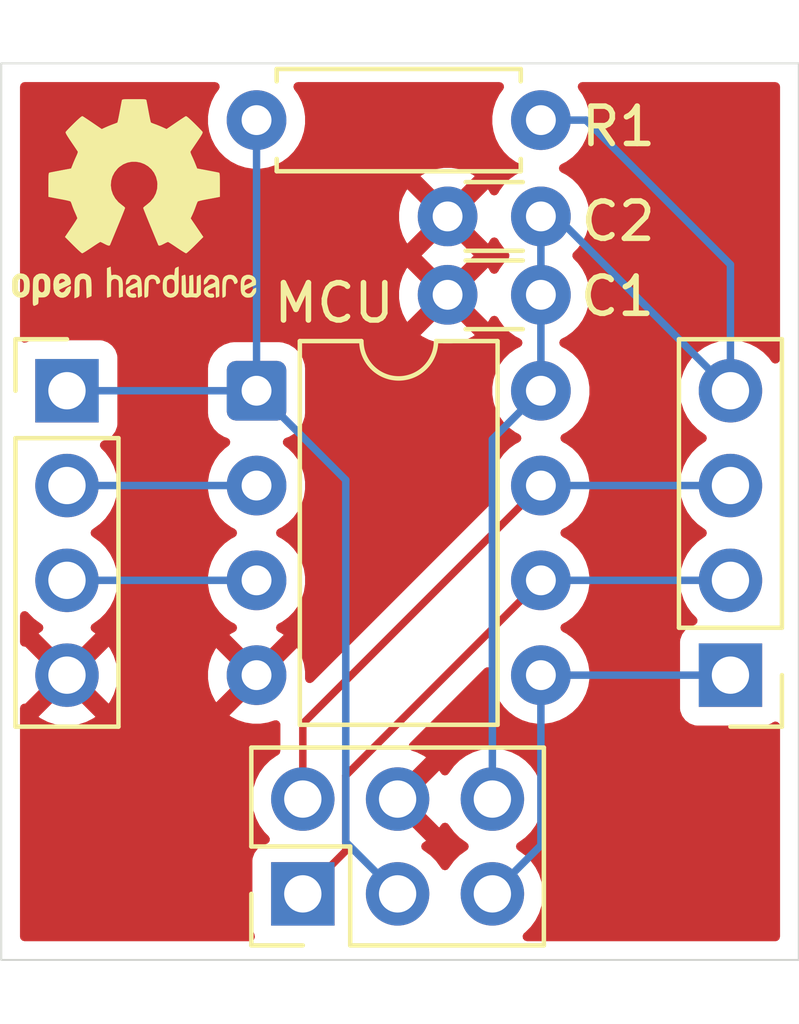
<source format=kicad_pcb>
(kicad_pcb (version 20241229) (generator "pcbnew") (generator_version "9.0")
  (layers (0 "F.Cu" signal) (2 "B.Cu" signal) (13 "F.Paste" user) (15 "B.Paste" user) (5 "F.SilkS" user "F.Silkscreen") (7 "B.SilkS" user "B.Silkscreen") (1 "F.Mask" user) (3 "B.Mask" user) (25 "Edge.Cuts" user))
  (net 0 "")
  (net 1 "PICO")
  (net 2 "RESET")
  (net 3 "SCK")
  (net 4 "GND")
  (net 5 "PB4")
  (net 6 "+5V")
  (net 7 "PB3")
  (net 8 "COPI")
  (footprint "Connector_PinHeader_2.54mm:PinHeader_1x04_P2.54mm_Vertical" (layer "F.Cu") (at 53.34 43.18)
    (property "Reference" "J3" (hide yes))
    (property "Value" "PinLeiste_Links" (hide yes))
    (fp_line (start -1.38 -1.38) (end 0 -1.38) (stroke (width 0.12)) (layer "F.SilkS"))
    (fp_line (start -1.38 0) (end -1.38 -1.38) (stroke (width 0.12)) (layer "F.SilkS"))
    (fp_line (start -1.38 1.27) (end -1.38 9) (stroke (width 0.12)) (layer "F.SilkS"))
    (fp_line (start -1.38 1.27) (end 1.38 1.27) (stroke (width 0.12)) (layer "F.SilkS"))
    (fp_line (start -1.38 9) (end 1.38 9) (stroke (width 0.12)) (layer "F.SilkS"))
    (fp_line (start 1.38 1.27) (end 1.38 9) (stroke (width 0.12)) (layer "F.SilkS"))
    (pad "1" thru_hole rect (at 0 0) (size 1.7 1.7) (drill 1) (layers "*.Cu" "*.Mask") (net 2 "RESET"))
    (pad "2" thru_hole circle (at 0 2.54) (size 1.7 1.7) (drill 1) (layers "*.Cu" "*.Mask") (net 7 "PB3"))
    (pad "3" thru_hole circle (at 0 5.08) (size 1.7 1.7) (drill 1) (layers "*.Cu" "*.Mask") (net 5 "PB4"))
    (pad "4" thru_hole circle (at 0 7.62) (size 1.7 1.7) (drill 1) (layers "*.Cu" "*.Mask") (net 4 "GND"))
  )
  (footprint "Capacitor_THT:C_Disc_D3.0mm_W1.6mm_P2.50mm" (layer "F.Cu") (at 66.04 40.61 180)
    (property "Reference" "C1" (at -2.05 -0.04 0) (layer "F.SilkS"))
    (property "Value" "10 nF")
    (fp_line (start 0.485 0.92) (end 2.015 0.92) (stroke (width 0.12)) (layer "F.SilkS"))
    (fp_line (start 0.485 -0.92) (end 2.015 -0.92) (stroke (width 0.12)) (layer "F.SilkS"))
    (pad "1" thru_hole circle (at 0 0 180) (size 1.6 1.6) (drill 0.8) (layers "*.Cu" "*.Mask") (net 6 "+5V"))
    (pad "2" thru_hole circle (at 2.5 0 180) (size 1.6 1.6) (drill 0.8) (layers "*.Cu" "*.Mask") (net 4 "GND"))
  )
  (footprint "Resistor_THT:R_Axial_DIN0207_L6.3mm_D2.5mm_P7.62mm_Horizontal" (layer "F.Cu") (at 66.04 35.93 180)
    (property "Reference" "R1" (at -2.08 -0.17 180) (layer "F.SilkS"))
    (property "Value" "10k")
    (fp_line (start 7.08 1.37) (end 7.08 1.04) (stroke (width 0.12)) (layer "F.SilkS"))
    (fp_line (start 7.08 -1.37) (end 7.08 -1.04) (stroke (width 0.12)) (layer "F.SilkS"))
    (fp_line (start 0.54 1.37) (end 7.08 1.37) (stroke (width 0.12)) (layer "F.SilkS"))
    (fp_line (start 0.54 1.04) (end 0.54 1.37) (stroke (width 0.12)) (layer "F.SilkS"))
    (fp_line (start 0.54 -1.04) (end 0.54 -1.37) (stroke (width 0.12)) (layer "F.SilkS"))
    (fp_line (start 0.54 -1.37) (end 7.08 -1.37) (stroke (width 0.12)) (layer "F.SilkS"))
    (pad "1" thru_hole circle (at 0 0 180) (size 1.6 1.6) (drill 0.8) (layers "*.Cu" "*.Mask") (net 6 "+5V"))
    (pad "2" thru_hole circle (at 7.62 0 180) (size 1.6 1.6) (drill 0.8) (layers "*.Cu" "*.Mask") (net 2 "RESET"))
  )
  (footprint "Symbol:OSHW-Logo2_7.3x6mm_SilkScreen" (layer "F.Cu") (at 55.14 38.13)
    (property "Reference" "REF**" (hide yes))
    (property "Value" "OSHW-Logo2_7.3x6mm_SilkScreen" (hide yes))
    (fp_poly (pts (xy 2.6526 1.958752) (xy 2.669948 1.966334) (xy 2.711356 1.999128) (xy 2.746765 2.046547) (xy 2.768664 2.097151) (xy 2.772229 2.122098) (xy 2.760279 2.156927) (xy 2.734067 2.175357) (xy 2.705964 2.186516) (xy 2.693095 2.188572) (xy 2.686829 2.173649) (xy 2.674456 2.141175) (xy 2.669028 2.126502) (xy 2.63859 2.075744) (xy 2.59452 2.050427) (xy 2.53801 2.051206) (xy 2.533825 2.052203) (xy 2.503655 2.066507) (xy 2.481476 2.094393) (xy 2.466327 2.139287) (xy 2.45725 2.204615) (xy 2.453286 2.293804) (xy 2.452914 2.341261) (xy 2.45273 2.416071) (xy 2.451522 2.467069) (xy 2.448309 2.499471) (xy 2.442109 2.518495) (xy 2.43194 2.529356) (xy 2.416819 2.537272) (xy 2.415946 2.53767) (xy 2.386828 2.549981) (xy 2.372403 2.554514) (xy 2.370186 2.540809) (xy 2.368289 2.502925) (xy 2.366847 2.445715) (xy 2.365998 2.374027) (xy 2.365829 2.321565) (xy 2.366692 2.220047) (xy 2.37007 2.143032) (xy 2.377142 2.086023) (xy 2.389088 2.044526) (xy 2.40709 2.014043) (xy 2.432327 1.99008) (xy 2.457247 1.973355) (xy 2.517171 1.951097) (xy 2.586911 1.946076) (xy 2.6526 1.958752)) (stroke (width 0.01)) (fill yes) (layer "F.SilkS"))
    (fp_poly (pts (xy -1.283907 1.92778) (xy -1.237328 1.954723) (xy -1.204943 1.981466) (xy -1.181258 2.009484) (xy -1.164941 2.043748) (xy -1.154661 2.089227) (xy -1.149086 2.150892) (xy -1.146884 2.233711) (xy -1.146629 2.293246) (xy -1.146629 2.512391) (xy -1.208314 2.540044) (xy -1.27 2.567697) (xy -1.277257 2.32767) (xy -1.280256 2.238028) (xy -1.283402 2.172962) (xy -1.287299 2.128026) (xy -1.292553 2.09877) (xy -1.299769 2.080748) (xy -1.30955 2.069511) (xy -1.312688 2.067079) (xy -1.360239 2.048083) (xy -1.408303 2.0556) (xy -1.436914 2.075543) (xy -1.448553 2.089675) (xy -1.456609 2.10822) (xy -1.461729 2.136334) (xy -1.464559 2.179173) (xy -1.465744 2.241895) (xy -1.465943 2.307261) (xy -1.465982 2.389268) (xy -1.467386 2.447316) (xy -1.472086 2.486465) (xy -1.482013 2.51178) (xy -1.499097 2.528323) (xy -1.525268 2.541156) (xy -1.560225 2.554491) (xy -1.598404 2.569007) (xy -1.593859 2.311389) (xy -1.592029 2.218519) (xy -1.589888 2.149889) (xy -1.586819 2.100711) (xy -1.582206 2.066198) (xy -1.575432 2.041562) (xy -1.565881 2.022016) (xy -1.554366 2.00477) (xy -1.49881 1.94968) (xy -1.43102 1.917822) (xy -1.357287 1.910191) (xy -1.283907 1.92778)) (stroke (width 0.01)) (fill yes) (layer "F.SilkS"))
    (fp_poly (pts (xy 0.529926 1.949755) (xy 0.595858 1.974084) (xy 0.649273 2.017117) (xy 0.670164 2.047409) (xy 0.692939 2.102994) (xy 0.692466 2.143186) (xy 0.668562 2.170217) (xy 0.659717 2.174813) (xy 0.62153 2.189144) (xy 0.602028 2.185472) (xy 0.595422 2.161407) (xy 0.595086 2.148114) (xy 0.582992 2.09921) (xy 0.551471 2.064999) (xy 0.507659 2.048476) (xy 0.458695 2.052634) (xy 0.418894 2.074227) (xy 0.40545 2.086544) (xy 0.395921 2.101487) (xy 0.389485 2.124075) (xy 0.385317 2.159328) (xy 0.382597 2.212266) (xy 0.380502 2.287907) (xy 0.37996 2.311857) (xy 0.377981 2.39379) (xy 0.375731 2.451455) (xy 0.372357 2.489608) (xy 0.367006 2.513004) (xy 0.358824 2.526398) (xy 0.346959 2.534545) (xy 0.339362 2.538144) (xy 0.307102 2.550452) (xy 0.288111 2.554514) (xy 0.281836 2.540948) (xy 0.278006 2.499934) (xy 0.2766 2.430999) (xy 0.277598 2.333669) (xy 0.277908 2.318657) (xy 0.280101 2.229859) (xy 0.282693 2.165019) (xy 0.286382 2.119067) (xy 0.291864 2.086935) (xy 0.299835 2.063553) (xy 0.310993 2.043852) (xy 0.31683 2.03541) (xy 0.350296 1.998057) (xy 0.387727 1.969003) (xy 0.392309 1.966467) (xy 0.459426 1.946443) (xy 0.529926 1.949755)) (stroke (width 0.01)) (fill yes) (layer "F.SilkS"))
    (fp_poly (pts (xy -0.624114 1.851289) (xy -0.619861 1.910613) (xy -0.614975 1.945572) (xy -0.608205 1.96082) (xy -0.598298 1.961015) (xy -0.595086 1.959195) (xy -0.552356 1.946015) (xy -0.496773 1.946785) (xy -0.440263 1.960333) (xy -0.404918 1.977861) (xy -0.368679 2.005861) (xy -0.342187 2.037549) (xy -0.324001 2.077813) (xy -0.312678 2.131543) (xy -0.306778 2.203626) (xy -0.304857 2.298951) (xy -0.304823 2.317237) (xy -0.3048 2.522646) (xy -0.350509 2.53858) (xy -0.382973 2.54942) (xy -0.400785 2.554468) (xy -0.401309 2.554514) (xy -0.403063 2.540828) (xy -0.404556 2.503076) (xy -0.405674 2.446224) (xy -0.406303 2.375234) (xy -0.4064 2.332073) (xy -0.406602 2.246973) (xy -0.407642 2.185981) (xy -0.410169 2.144177) (xy -0.414836 2.116642) (xy -0.422293 2.098456) (xy -0.433189 2.084698) (xy -0.439993 2.078073) (xy -0.486728 2.051375) (xy -0.537728 2.049375) (xy -0.583999 2.071955) (xy -0.592556 2.080107) (xy -0.605107 2.095436) (xy -0.613812 2.113618) (xy -0.619369 2.139909) (xy -0.622474 2.179562) (xy -0.623824 2.237832) (xy -0.624114 2.318173) (xy -0.624114 2.522646) (xy -0.669823 2.53858) (xy -0.702287 2.54942) (xy -0.720099 2.554468) (xy -0.720623 2.554514) (xy -0.721963 2.540623) (xy -0.723172 2.501439) (xy -0.724199 2.4407) (xy -0.724998 2.362141) (xy -0.725519 2.269498) (xy -0.725714 2.166509) (xy -0.725714 1.769342) (xy -0.678543 1.749444) (xy -0.631371 1.729547) (xy -0.624114 1.851289)) (stroke (width 0.01)) (fill yes) (layer "F.SilkS"))
    (fp_poly (pts (xy 1.779833 1.958663) (xy 1.782048 1.99685) (xy 1.783784 2.054886) (xy 1.784899 2.12818) (xy 1.785257 2.205055) (xy 1.785257 2.465196) (xy 1.739326 2.511127) (xy 1.707675 2.539429) (xy 1.67989 2.550893) (xy 1.641915 2.550168) (xy 1.62684 2.548321) (xy 1.579726 2.542948) (xy 1.540756 2.539869) (xy 1.531257 2.539585) (xy 1.499233 2.541445) (xy 1.453432 2.546114) (xy 1.435674 2.548321) (xy 1.392057 2.551735) (xy 1.362745 2.54432) (xy 1.33368 2.521427) (xy 1.323188 2.511127) (xy 1.277257 2.465196) (xy 1.277257 1.978602) (xy 1.314226 1.961758) (xy 1.346059 1.949282) (xy 1.364683 1.944914) (xy 1.369458 1.958718) (xy 1.373921 1.997286) (xy 1.377775 2.056356) (xy 1.380722 2.131663) (xy 1.382143 2.195286) (xy 1.386114 2.445657) (xy 1.420759 2.450556) (xy 1.452268 2.447131) (xy 1.467708 2.436041) (xy 1.472023 2.415308) (xy 1.475708 2.371145) (xy 1.478469 2.309146) (xy 1.480012 2.234909) (xy 1.480235 2.196706) (xy 1.480457 1.976783) (xy 1.526166 1.960849) (xy 1.558518 1.950015) (xy 1.576115 1.944962) (xy 1.576623 1.944914) (xy 1.578388 1.958648) (xy 1.580329 1.99673) (xy 1.582282 2.054482) (xy 1.584084 2.127227) (xy 1.585343 2.195286) (xy 1.589314 2.445657) (xy 1.6764 2.445657) (xy 1.680396 2.21724) (xy 1.684392 1.988822) (xy 1.726847 1.966868) (xy 1.758192 1.951793) (xy 1.776744 1.944951) (xy 1.777279 1.944914) (xy 1.779833 1.958663)) (stroke (width 0.01)) (fill yes) (layer "F.SilkS"))
    (fp_poly (pts (xy -2.958885 1.921962) (xy -2.890855 1.957733) (xy -2.840649 2.015301) (xy -2.822815 2.052312) (xy -2.808937 2.107882) (xy -2.801833 2.178096) (xy -2.80116 2.254727) (xy -2.806573 2.329552) (xy -2.81773 2.394342) (xy -2.834286 2.440873) (xy -2.839374 2.448887) (xy -2.899645 2.508707) (xy -2.971231 2.544535) (xy -3.048908 2.55502) (xy -3.127452 2.53881) (xy -3.149311 2.529092) (xy -3.191878 2.499143) (xy -3.229237 2.459433) (xy -3.232768 2.454397) (xy -3.247119 2.430124) (xy -3.256606 2.404178) (xy -3.26221 2.370022) (xy -3.264914 2.321119) (xy -3.265701 2.250935) (xy -3.265714 2.2352) (xy -3.265678 2.230192) (xy -3.120571 2.230192) (xy -3.119727 2.29643) (xy -3.116404 2.340386) (xy -3.109417 2.368779) (xy -3.097584 2.388325) (xy -3.091543 2.394857) (xy -3.056814 2.41968) (xy -3.023097 2.418548) (xy -2.989005 2.397016) (xy -2.968671 2.374029) (xy -2.956629 2.340478) (xy -2.949866 2.287569) (xy -2.949402 2.281399) (xy -2.948248 2.185513) (xy -2.960312 2.114299) (xy -2.98543 2.068194) (xy -3.02344 2.047635) (xy -3.037008 2.046514) (xy -3.072636 2.052152) (xy -3.097006 2.071686) (xy -3.111907 2.109042) (xy -3.119125 2.16815) (xy -3.120571 2.230192) (xy -3.265678 2.230192) (xy -3.265174 2.160413) (xy -3.262904 2.108159) (xy -3.257932 2.071949) (xy -3.249287 2.045299) (xy -3.235995 2.021722) (xy -3.233057 2.017338) (xy -3.183687 1.958249) (xy -3.129891 1.923947) (xy -3.064398 1.910331) (xy -3.042158 1.909665) (xy -2.958885 1.921962)) (stroke (width 0.01)) (fill yes) (layer "F.SilkS"))
    (fp_poly (pts (xy 3.153595 1.966966) (xy 3.211021 2.004497) (xy 3.238719 2.038096) (xy 3.260662 2.099064) (xy 3.262405 2.147308) (xy 3.258457 2.211816) (xy 3.109686 2.276934) (xy 3.037349 2.310202) (xy 2.990084 2.336964) (xy 2.965507 2.360144) (xy 2.961237 2.382667) (xy 2.974889 2.407455) (xy 2.989943 2.423886) (xy 3.033746 2.450235) (xy 3.081389 2.452081) (xy 3.125145 2.431546) (xy 3.157289 2.390752) (xy 3.163038 2.376347) (xy 3.190576 2.331356) (xy 3.222258 2.312182) (xy 3.265714 2.295779) (xy 3.265714 2.357966) (xy 3.261872 2.400283) (xy 3.246823 2.435969) (xy 3.21528 2.476943) (xy 3.210592 2.482267) (xy 3.175506 2.51872) (xy 3.145347 2.538283) (xy 3.107615 2.547283) (xy 3.076335 2.55023) (xy 3.020385 2.550965) (xy 2.980555 2.54166) (xy 2.955708 2.527846) (xy 2.916656 2.497467) (xy 2.889625 2.464613) (xy 2.872517 2.423294) (xy 2.863238 2.367521) (xy 2.859693 2.291305) (xy 2.85941 2.252622) (xy 2.860372 2.206247) (xy 2.948007 2.206247) (xy 2.949023 2.231126) (xy 2.951556 2.2352) (xy 2.968274 2.229665) (xy 3.004249 2.215017) (xy 3.052331 2.19419) (xy 3.062386 2.189714) (xy 3.123152 2.158814) (xy 3.156632 2.131657) (xy 3.16399 2.10622) (xy 3.146391 2.080481) (xy 3.131856 2.069109) (xy 3.07941 2.046364) (xy 3.030322 2.050122) (xy 2.989227 2.077884) (xy 2.960758 2.127152) (xy 2.951631 2.166257) (xy 2.948007 2.206247) (xy 2.860372 2.206247) (xy 2.861285 2.162249) (xy 2.868196 2.095384) (xy 2.881884 2.046695) (xy 2.904096 2.010849) (xy 2.936574 1.982513) (xy 2.950733 1.973355) (xy 3.015053 1.949507) (xy 3.085473 1.948006) (xy 3.153595 1.966966)) (stroke (width 0.01)) (fill yes) (layer "F.SilkS"))
    (fp_poly (pts (xy 1.190117 2.065358) (xy 1.189933 2.173837) (xy 1.189219 2.257287) (xy 1.187675 2.319704) (xy 1.185001 2.365085) (xy 1.180894 2.397429) (xy 1.175055 2.420733) (xy 1.167182 2.438995) (xy 1.161221 2.449418) (xy 1.111855 2.505945) (xy 1.049264 2.541377) (xy 0.980013 2.55409) (xy 0.910668 2.542463) (xy 0.869375 2.521568) (xy 0.826025 2.485422) (xy 0.796481 2.441276) (xy 0.778655 2.383462) (xy 0.770463 2.306313) (xy 0.769302 2.249714) (xy 0.769458 2.245647) (xy 0.870857 2.245647) (xy 0.871476 2.31055) (xy 0.874314 2.353514) (xy 0.88084 2.381622) (xy 0.892523 2.401953) (xy 0.906483 2.417288) (xy 0.953365 2.44689) (xy 1.003701 2.449419) (xy 1.051276 2.424705) (xy 1.054979 2.421356) (xy 1.070783 2.403935) (xy 1.080693 2.383209) (xy 1.086058 2.352362) (xy 1.088228 2.304577) (xy 1.088571 2.251748) (xy 1.087827 2.185381) (xy 1.084748 2.141106) (xy 1.078061 2.112009) (xy 1.066496 2.091173) (xy 1.057013 2.080107) (xy 1.01296 2.052198) (xy 0.962224 2.048843) (xy 0.913796 2.070159) (xy 0.90445 2.078073) (xy 0.88854 2.095647) (xy 0.87861 2.116587) (xy 0.873278 2.147782) (xy 0.871163 2.196122) (xy 0.870857 2.245647) (xy 0.769458 2.245647) (xy 0.77281 2.158568) (xy 0.784726 2.090086) (xy 0.807135 2.0386) (xy 0.842124 1.998443) (xy 0.869375 1.977861) (xy 0.918907 1.955625) (xy 0.976316 1.945304) (xy 1.029682 1.948067) (xy 1.059543 1.959212) (xy 1.071261 1.962383) (xy 1.079037 1.950557) (xy 1.084465 1.918866) (xy 1.088571 1.870593) (xy 1.093067 1.816829) (xy 1.099313 1.784482) (xy 1.110676 1.765985) (xy 1.130528 1.75377) (xy 1.143 1.748362) (xy 1.190171 1.728601) (xy 1.190117 2.065358)) (stroke (width 0.01)) (fill yes) (layer "F.SilkS"))
    (fp_poly (pts (xy -1.831697 1.931239) (xy -1.774473 1.969735) (xy -1.730251 2.025335) (xy -1.703833 2.096086) (xy -1.69849 2.148162) (xy -1.699097 2.169893) (xy -1.704178 2.186531) (xy -1.718145 2.201437) (xy -1.745411 2.217973) (xy -1.790388 2.239498) (xy -1.857489 2.269374) (xy -1.857829 2.269524) (xy -1.919593 2.297813) (xy -1.970241 2.322933) (xy -2.004596 2.342179) (xy -2.017482 2.352848) (xy -2.017486 2.352934) (xy -2.006128 2.376166) (xy -1.979569 2.401774) (xy -1.949077 2.420221) (xy -1.93363 2.423886) (xy -1.891485 2.411212) (xy -1.855192 2.379471) (xy -1.837483 2.344572) (xy -1.820448 2.318845) (xy -1.787078 2.289546) (xy -1.747851 2.264235) (xy -1.713244 2.250471) (xy -1.706007 2.249714) (xy -1.697861 2.26216) (xy -1.69737 2.293972) (xy -1.703357 2.336866) (xy -1.714643 2.382558) (xy -1.73005 2.422761) (xy -1.730829 2.424322) (xy -1.777196 2.489062) (xy -1.837289 2.533097) (xy -1.905535 2.554711) (xy -1.976362 2.552185) (xy -2.044196 2.523804) (xy -2.047212 2.521808) (xy -2.100573 2.473448) (xy -2.13566 2.410352) (xy -2.155078 2.327387) (xy -2.157684 2.304078) (xy -2.162299 2.194055) (xy -2.156767 2.142748) (xy -2.017486 2.142748) (xy -2.015676 2.174753) (xy -2.005778 2.184093) (xy -1.981102 2.177105) (xy -1.942205 2.160587) (xy -1.898725 2.139881) (xy -1.897644 2.139333) (xy -1.860791 2.119949) (xy -1.846 2.107013) (xy -1.849647 2.093451) (xy -1.865005 2.075632) (xy -1.904077 2.049845) (xy -1.946154 2.04795) (xy -1.983897 2.066717) (xy -2.009966 2.102915) (xy -2.017486 2.142748) (xy -2.156767 2.142748) (xy -2.152806 2.106027) (xy -2.12845 2.036212) (xy -2.094544 1.987302) (xy -2.033347 1.937878) (xy -1.965937 1.913359) (xy -1.89712 1.911797) (xy -1.831697 1.931239)) (stroke (width 0.01)) (fill yes) (layer "F.SilkS"))
    (fp_poly (pts (xy 0.039744 1.950968) (xy 0.096616 1.972087) (xy 0.097267 1.972493) (xy 0.13244 1.99838) (xy 0.158407 2.028633) (xy 0.17667 2.068058) (xy 0.188732 2.121462) (xy 0.196096 2.193651) (xy 0.200264 2.289432) (xy 0.200629 2.303078) (xy 0.205876 2.508842) (xy 0.161716 2.531678) (xy 0.129763 2.54711) (xy 0.11047 2.554423) (xy 0.109578 2.554514) (xy 0.106239 2.541022) (xy 0.103587 2.504626) (xy 0.101956 2.451452) (xy 0.1016 2.408393) (xy 0.101592 2.338641) (xy 0.098403 2.294837) (xy 0.087288 2.273944) (xy 0.063501 2.272925) (xy 0.022296 2.288741) (xy -0.039914 2.317815) (xy -0.085659 2.341963) (xy -0.109187 2.362913) (xy -0.116104 2.385747) (xy -0.116114 2.386877) (xy -0.104701 2.426212) (xy -0.070908 2.447462) (xy -0.019191 2.450539) (xy 0.018061 2.450006) (xy 0.037703 2.460735) (xy 0.049952 2.486505) (xy 0.057002 2.519337) (xy 0.046842 2.537966) (xy 0.043017 2.540632) (xy 0.007001 2.55134) (xy -0.043434 2.552856) (xy -0.095374 2.545759) (xy -0.132178 2.532788) (xy -0.183062 2.489585) (xy -0.211986 2.429446) (xy -0.217714 2.382462) (xy -0.213343 2.340082) (xy -0.197525 2.305488) (xy -0.166203 2.274763) (xy -0.115322 2.24399) (xy -0.040824 2.209252) (xy -0.036286 2.207288) (xy 0.030821 2.176287) (xy 0.072232 2.150862) (xy 0.089981 2.128014) (xy 0.086107 2.104745) (xy 0.062643 2.078056) (xy 0.055627 2.071914) (xy 0.00863 2.0481) (xy -0.040067 2.049103) (xy -0.082478 2.072451) (xy -0.110616 2.115675) (xy -0.113231 2.12416) (xy -0.138692 2.165308) (xy -0.170999 2.185128) (xy -0.217714 2.20477) (xy -0.217714 2.15395) (xy -0.203504 2.080082) (xy -0.161325 2.012327) (xy -0.139376 1.989661) (xy -0.089483 1.960569) (xy -0.026033 1.9474) (xy 0.039744 1.950968)) (stroke (width 0.01)) (fill yes) (layer "F.SilkS"))
    (fp_poly (pts (xy -2.400256 1.919918) (xy -2.344799 1.947568) (xy -2.295852 1.99848) (xy -2.282371 2.017338) (xy -2.267686 2.042015) (xy -2.258158 2.068816) (xy -2.252707 2.104587) (xy -2.250253 2.156169) (xy -2.249714 2.224267) (xy -2.252148 2.317588) (xy -2.260606 2.387657) (xy -2.276826 2.439931) (xy -2.302546 2.479869) (xy -2.339503 2.512929) (xy -2.342218 2.514886) (xy -2.37864 2.534908) (xy -2.422498 2.544815) (xy -2.478276 2.547257) (xy -2.568952 2.547257) (xy -2.56899 2.635283) (xy -2.569834 2.684308) (xy -2.574976 2.713065) (xy -2.588413 2.730311) (xy -2.614142 2.744808) (xy -2.620321 2.747769) (xy -2.649236 2.761648) (xy -2.671624 2.770414) (xy -2.688271 2.771171) (xy -2.699964 2.761023) (xy -2.70749 2.737073) (xy -2.711634 2.696426) (xy -2.713185 2.636186) (xy -2.712929 2.553455) (xy -2.711651 2.445339) (xy -2.711252 2.413) (xy -2.709815 2.301524) (xy -2.708528 2.228603) (xy -2.569029 2.228603) (xy -2.568245 2.290499) (xy -2.56476 2.330997) (xy -2.556876 2.357708) (xy -2.542895 2.378244) (xy -2.533403 2.38826) (xy -2.494596 2.417567) (xy -2.460237 2.419952) (xy -2.424784 2.39575) (xy -2.423886 2.394857) (xy -2.409461 2.376153) (xy -2.400687 2.350732) (xy -2.396261 2.311584) (xy -2.394882 2.251697) (xy -2.394857 2.23843) (xy -2.398188 2.155901) (xy -2.409031 2.098691) (xy -2.42866 2.063766) (xy -2.45835 2.048094) (xy -2.475509 2.046514) (xy -2.516234 2.053926) (xy -2.544168 2.07833) (xy -2.560983 2.12298) (xy -2.56835 2.19113) (xy -2.569029 2.228603) (xy -2.708528 2.228603) (xy -2.708292 2.215245) (xy -2.706323 2.150333) (xy -2.70355 2.102958) (xy -2.699612 2.06929) (xy -2.694151 2.045498) (xy -2.686808 2.027753) (xy -2.677223 2.012224) (xy -2.673113 2.006381) (xy -2.618595 1.951185) (xy -2.549664 1.91989) (xy -2.469928 1.911165) (xy -2.400256 1.919918)) (stroke (width 0.01)) (fill yes) (layer "F.SilkS"))
    (fp_poly (pts (xy 2.144876 1.956335) (xy 2.186667 1.975344) (xy 2.219469 1.998378) (xy 2.243503 2.024133) (xy 2.260097 2.057358) (xy 2.270577 2.1028) (xy 2.276271 2.165207) (xy 2.278507 2.249327) (xy 2.278743 2.304721) (xy 2.278743 2.520826) (xy 2.241774 2.53767) (xy 2.212656 2.549981) (xy 2.198231 2.554514) (xy 2.195472 2.541025) (xy 2.193282 2.504653) (xy 2.191942 2.451542) (xy 2.191657 2.409372) (xy 2.190434 2.348447) (xy 2.187136 2.300115) (xy 2.182321 2.270518) (xy 2.178496 2.264229) (xy 2.152783 2.270652) (xy 2.112418 2.287125) (xy 2.065679 2.309458) (xy 2.020845 2.333457) (xy 1.986193 2.35493) (xy 1.970002 2.369685) (xy 1.969938 2.369845) (xy 1.97133 2.397152) (xy 1.983818 2.423219) (xy 2.005743 2.444392) (xy 2.037743 2.451474) (xy 2.065092 2.450649) (xy 2.103826 2.450042) (xy 2.124158 2.459116) (xy 2.136369 2.483092) (xy 2.137909 2.487613) (xy 2.143203 2.521806) (xy 2.129047 2.542568) (xy 2.092148 2.552462) (xy 2.052289 2.554292) (xy 1.980562 2.540727) (xy 1.943432 2.521355) (xy 1.897576 2.475845) (xy 1.873256 2.419983) (xy 1.871073 2.360957) (xy 1.891629 2.305953) (xy 1.922549 2.271486) (xy 1.95342 2.252189) (xy 2.001942 2.227759) (xy 2.058485 2.202985) (xy 2.06791 2.199199) (xy 2.130019 2.171791) (xy 2.165822 2.147634) (xy 2.177337 2.123619) (xy 2.16658 2.096635) (xy 2.148114 2.075543) (xy 2.104469 2.049572) (xy 2.056446 2.047624) (xy 2.012406 2.067637) (xy 1.980709 2.107551) (xy 1.976549 2.117848) (xy 1.952327 2.155724) (xy 1.916965 2.183842) (xy 1.872343 2.206917) (xy 1.872343 2.141485) (xy 1.874969 2.101506) (xy 1.88623 2.069997) (xy 1.911199 2.036378) (xy 1.935169 2.010484) (xy 1.972441 1.973817) (xy 2.001401 1.954121) (xy 2.032505 1.94622) (xy 2.067713 1.944914) (xy 2.144876 1.956335)) (stroke (width 0.01)) (fill yes) (layer "F.SilkS"))
    (fp_poly (pts (xy 0.10391 -2.757652) (xy 0.182454 -2.757222) (xy 0.239298 -2.756058) (xy 0.278105 -2.753793) (xy 0.302538 -2.75006) (xy 0.316262 -2.744494) (xy 0.32294 -2.736727) (xy 0.326236 -2.726395) (xy 0.326556 -2.725057) (xy 0.331562 -2.700921) (xy 0.340829 -2.653299) (xy 0.353392 -2.587259) (xy 0.368287 -2.507872) (xy 0.384551 -2.420204) (xy 0.385119 -2.417125) (xy 0.40141 -2.331211) (xy 0.416652 -2.255304) (xy 0.429861 -2.193955) (xy 0.440054 -2.151718) (xy 0.446248 -2.133145) (xy 0.446543 -2.132816) (xy 0.464788 -2.123747) (xy 0.502405 -2.108633) (xy 0.551271 -2.090738) (xy 0.551543 -2.090642) (xy 0.613093 -2.067507) (xy 0.685657 -2.038035) (xy 0.754057 -2.008403) (xy 0.757294 -2.006938) (xy 0.868702 -1.956374) (xy 1.115399 -2.12484) (xy 1.191077 -2.176197) (xy 1.259631 -2.222111) (xy 1.317088 -2.25997) (xy 1.359476 -2.287163) (xy 1.382825 -2.301079) (xy 1.385042 -2.302111) (xy 1.40201 -2.297516) (xy 1.433701 -2.275345) (xy 1.481352 -2.234553) (xy 1.546198 -2.174095) (xy 1.612397 -2.109773) (xy 1.676214 -2.046388) (xy 1.733329 -1.988549) (xy 1.780305 -1.939825) (xy 1.813703 -1.90379) (xy 1.830085 -1.884016) (xy 1.830694 -1.882998) (xy 1.832505 -1.869428) (xy 1.825683 -1.847267) (xy 1.80854 -1.813522) (xy 1.779393 -1.7652) (xy 1.736555 -1.699308) (xy 1.679448 -1.614483) (xy 1.628766 -1.539823) (xy 1.583461 -1.47286) (xy 1.54615 -1.417484) (xy 1.519452 -1.37758) (xy 1.505985 -1.357038) (xy 1.505137 -1.355644) (xy 1.506781 -1.335962) (xy 1.519245 -1.297707) (xy 1.540048 -1.248111) (xy 1.547462 -1.232272) (xy 1.579814 -1.16171) (xy 1.614328 -1.081647) (xy 1.642365 -1.012371) (xy 1.662568 -0.960955) (xy 1.678615 -0.921881) (xy 1.687888 -0.901459) (xy 1.689041 -0.899886) (xy 1.706096 -0.897279) (xy 1.746298 -0.890137) (xy 1.804302 -0.879477) (xy 1.874763 -0.866315) (xy 1.952335 -0.851667) (xy 2.031672 -0.836551) (xy 2.107431 -0.821982) (xy 2.174264 -0.808978) (xy 2.226828 -0.798555) (xy 2.259776 -0.79173) (xy 2.267857 -0.789801) (xy 2.276205 -0.785038) (xy 2.282506 -0.774282) (xy 2.287045 -0.753902) (xy 2.290104 -0.720266) (xy 2.291967 -0.669745) (xy 2.292918 -0.598708) (xy 2.29324 -0.503524) (xy 2.293257 -0.464508) (xy 2.293257 -0.147201) (xy 2.217057 -0.132161) (xy 2.174663 -0.124005) (xy 2.1114 -0.112101) (xy 2.034962 -0.097884) (xy 1.953043 -0.08279) (xy 1.9304 -0.078645) (xy 1.854806 -0.063947) (xy 1.788953 -0.049495) (xy 1.738366 -0.036625) (xy 1.708574 -0.026678) (xy 1.703612 -0.023713) (xy 1.691426 -0.002717) (xy 1.673953 0.037967) (xy 1.654577 0.090322) (xy 1.650734 0.1016) (xy 1.625339 0.171523) (xy 1.593817 0.250418) (xy 1.562969 0.321266) (xy 1.562817 0.321595) (xy 1.511447 0.432733) (xy 1.680399 0.681253) (xy 1.849352 0.929772) (xy 1.632429 1.147058) (xy 1.566819 1.211726) (xy 1.506979 1.268733) (xy 1.456267 1.315033) (xy 1.418046 1.347584) (xy 1.395675 1.363343) (xy 1.392466 1.364343) (xy 1.373626 1.356469) (xy 1.33518 1.334578) (xy 1.28133 1.301267) (xy 1.216276 1.259131) (xy 1.14594 1.211943) (xy 1.074555 1.16381) (xy 1.010908 1.121928) (xy 0.959041 1.088871) (xy 0.922995 1.067218) (xy 0.906867 1.059543) (xy 0.887189 1.066037) (xy 0.849875 1.08315) (xy 0.802621 1.107326) (xy 0.797612 1.110013) (xy 0.733977 1.141927) (xy 0.690341 1.157579) (xy 0.663202 1.157745) (xy 0.649057 1.143204) (xy 0.648975 1.143) (xy 0.641905 1.125779) (xy 0.625042 1.084899) (xy 0.599695 1.023525) (xy 0.567171 0.944819) (xy 0.528778 0.851947) (xy 0.485822 0.748072) (xy 0.444222 0.647502) (xy 0.398504 0.536516) (xy 0.356526 0.433703) (xy 0.319548 0.342215) (xy 0.288827 0.265201) (xy 0.265622 0.205815) (xy 0.25119 0.167209) (xy 0.246743 0.1528) (xy 0.257896 0.136272) (xy 0.287069 0.10993) (xy 0.325971 0.080887) (xy 0.436757 -0.010961) (xy 0.523351 -0.116241) (xy 0.584716 -0.232734) (xy 0.619815 -0.358224) (xy 0.627608 -0.490493) (xy 0.621943 -0.551543) (xy 0.591078 -0.678205) (xy 0.53792 -0.790059) (xy 0.465767 -0.885999) (xy 0.377917 -0.964924) (xy 0.277665 -1.02573) (xy 0.16831 -1.067313) (xy 0.053147 -1.088572) (xy -0.064525 -1.088401) (xy -0.18141 -1.065699) (xy -0.294211 -1.019362) (xy -0.399631 -0.948287) (xy -0.443632 -0.908089) (xy -0.528021 -0.804871) (xy -0.586778 -0.692075) (xy -0.620296 -0.57299) (xy -0.628965 -0.450905) (xy -0.613177 -0.329107) (xy -0.573322 -0.210884) (xy -0.509793 -0.099525) (xy -0.422979 0.001684) (xy -0.325971 0.080887) (xy -0.285563 0.111162) (xy -0.257018 0.137219) (xy -0.246743 0.152825) (xy -0.252123 0.169843) (xy -0.267425 0.2105) (xy -0.291388 0.271642) (xy -0.322756 0.350119) (xy -0.360268 0.44278) (xy -0.402667 0.546472) (xy -0.444337 0.647526) (xy -0.49031 0.758607) (xy -0.532893 0.861541) (xy -0.570779 0.953165) (xy -0.60266 1.030316) (xy -0.627229 1.089831) (xy -0.64318 1.128544) (xy -0.64909 1.143) (xy -0.663052 1.157685) (xy -0.69006 1.157642) (xy -0.733587 1.142099) (xy -0.79711 1.110284) (xy -0.797612 1.110013) (xy -0.84544 1.085323) (xy -0.884103 1.067338) (xy -0.905905 1.059614) (xy -0.906867 1.059543) (xy -0.923279 1.067378) (xy -0.959513 1.089165) (xy -1.011526 1.122328) (xy -1.075275 1.164291) (xy -1.14594 1.211943) (xy -1.217884 1.260191) (xy -1.282726 1.302151) (xy -1.336265 1.335227) (xy -1.374303 1.356821) (xy -1.392467 1.364343) (xy -1.409192 1.354457) (xy -1.44282 1.326826) (xy -1.48999 1.284495) (xy -1.547342 1.230505) (xy -1.611516 1.167899) (xy -1.632503 1.146983) (xy -1.849501 0.929623) (xy -1.684332 0.68722) (xy -1.634136 0.612781) (xy -1.590081 0.545972) (xy -1.554638 0.490665) (xy -1.530281 0.450729) (xy -1.519478 0.430036) (xy -1.519162 0.428563) (xy -1.524857 0.409058) (xy -1.540174 0.369822) (xy -1.562463 0.31743) (xy -1.578107 0.282355) (xy -1.607359 0.215201) (xy -1.634906 0.147358) (xy -1.656263 0.090034) (xy -1.662065 0.072572) (xy -1.678548 0.025938) (xy -1.69466 -0.010095) (xy -1.70351 -0.023713) (xy -1.72304 -0.032048) (xy -1.765666 -0.043863) (xy -1.825855 -0.057819) (xy -1.898078 -0.072578) (xy -1.9304 -0.078645) (xy -2.012478 -0.093727) (xy -2.091205 -0.108331) (xy -2.158891 -0.12102) (xy -2.20784 -0.130358) (xy -2.217057 -0.132161) (xy -2.293257 -0.147201) (xy -2.293257 -0.464508) (xy -2.293086 -0.568846) (xy -2.292384 -0.647787) (xy -2.290866 -0.704962) (xy -2.288251 -0.744001) (xy -2.284254 -0.768535) (xy -2.278591 -0.782195) (xy -2.27098 -0.788611) (xy -2.267857 -0.789801) (xy -2.249022 -0.79402) (xy -2.207412 -0.802438) (xy -2.14837 -0.814039) (xy -2.077243 -0.827805) (xy -1.999375 -0.84272) (xy -1.920113 -0.857768) (xy -1.844802 -0.871931) (xy -1.778787 -0.884194) (xy -1.727413 -0.893539) (xy -1.696025 -0.89895) (xy -1.689041 -0.899886) (xy -1.682715 -0.912404) (xy -1.66871 -0.945754) (xy -1.649645 -0.993623) (xy -1.642366 -1.012371) (xy -1.613004 -1.084805) (xy -1.578429 -1.16483) (xy -1.547463 -1.232272) (xy -1.524677 -1.283841) (xy -1.509518 -1.326215) (xy -1.504458 -1.352166) (xy -1.505264 -1.355644) (xy -1.515959 -1.372064) (xy -1.54038 -1.408583) (xy -1.575905 -1.461313) (xy -1.619913 -1.526365) (xy -1.669783 -1.599849) (xy -1.679644 -1.614355) (xy -1.737508 -1.700296) (xy -1.780044 -1.765739) (xy -1.808946 -1.813696) (xy -1.82591 -1.84718) (xy -1.832633 -1.869205) (xy -1.83081 -1.882783) (xy -1.830764 -1.882869) (xy -1.816414 -1.900703) (xy -1.784677 -1.935183) (xy -1.73899 -1.982732) (xy -1.682796 -2.039778) (xy -1.619532 -2.102745) (xy -1.612398 -2.109773) (xy -1.53267 -2.18698) (xy -1.471143 -2.24367) (xy -1.426579 -2.28089) (xy -1.397743 -2.299685) (xy -1.385042 -2.302111) (xy -1.366506 -2.291529) (xy -1.328039 -2.267084) (xy -1.273614 -2.231388) (xy -1.207202 -2.187053) (xy -1.132775 -2.136689) (xy -1.115399 -2.12484) (xy -0.868703 -1.956374) (xy -0.757294 -2.006938) (xy -0.689543 -2.036405) (xy -0.616817 -2.066041) (xy -0.554297 -2.08967) (xy -0.551543 -2.090642) (xy -0.50264 -2.108543) (xy -0.464943 -2.12368) (xy -0.446575 -2.13279) (xy -0.446544 -2.132816) (xy -0.440715 -2.149283) (xy -0.430808 -2.189781) (xy -0.417805 -2.249758) (xy -0.402691 -2.32466) (xy -0.386448 -2.409936) (xy -0.385119 -2.417125) (xy -0.368825 -2.504986) (xy -0.353867 -2.58474) (xy -0.341209 -2.651319) (xy -0.331814 -2.699653) (xy -0.326646 -2.724675) (xy -0.326556 -2.725057) (xy -0.323411 -2.735701) (xy -0.317296 -2.743738) (xy -0.304547 -2.749533) (xy -0.2815 -2.753453) (xy -0.244491 -2.755865) (xy -0.189856 -2.757135) (xy -0.113933 -2.757629) (xy -0.013056 -2.757714) (xy 0 -2.757714) (xy 0.10391 -2.757652)) (stroke (width 0.01)) (fill yes) (layer "F.SilkS"))
  )
  (footprint "Capacitor_THT:C_Disc_D3.0mm_W1.6mm_P2.50mm" (layer "F.Cu") (at 66.04 38.51 180)
    (property "Reference" "C2" (at -2.07 -0.13 0) (layer "F.SilkS"))
    (property "Value" "100 nF")
    (fp_line (start 0.485 0.92) (end 2.015 0.92) (stroke (width 0.12)) (layer "F.SilkS"))
    (fp_line (start 0.485 -0.92) (end 2.015 -0.92) (stroke (width 0.12)) (layer "F.SilkS"))
    (pad "1" thru_hole circle (at 0 0 180) (size 1.6 1.6) (drill 0.8) (layers "*.Cu" "*.Mask") (net 6 "+5V"))
    (pad "2" thru_hole circle (at 2.5 0 180) (size 1.6 1.6) (drill 0.8) (layers "*.Cu" "*.Mask") (net 4 "GND"))
  )
  (footprint "Connector_PinHeader_2.54mm:PinHeader_1x04_P2.54mm_Vertical" (layer "F.Cu") (at 71.12 50.8 180)
    (property "Reference" "J4" (hide yes))
    (property "Value" "PinLeiste_Rechts" (hide yes))
    (fp_line (start 1.38 1.27) (end 1.38 9) (stroke (width 0.12)) (layer "F.SilkS"))
    (fp_line (start -1.38 9) (end 1.38 9) (stroke (width 0.12)) (layer "F.SilkS"))
    (fp_line (start -1.38 1.27) (end 1.38 1.27) (stroke (width 0.12)) (layer "F.SilkS"))
    (fp_line (start -1.38 1.27) (end -1.38 9) (stroke (width 0.12)) (layer "F.SilkS"))
    (fp_line (start -1.38 0) (end -1.38 -1.38) (stroke (width 0.12)) (layer "F.SilkS"))
    (fp_line (start -1.38 -1.38) (end 0 -1.38) (stroke (width 0.12)) (layer "F.SilkS"))
    (pad "1" thru_hole rect (at 0 0 180) (size 1.7 1.7) (drill 1) (layers "*.Cu" "*.Mask") (net 8 "COPI"))
    (pad "2" thru_hole circle (at 0 2.54 180) (size 1.7 1.7) (drill 1) (layers "*.Cu" "*.Mask") (net 1 "PICO"))
    (pad "3" thru_hole circle (at 0 5.08 180) (size 1.7 1.7) (drill 1) (layers "*.Cu" "*.Mask") (net 3 "SCK"))
    (pad "4" thru_hole circle (at 0 7.62 180) (size 1.7 1.7) (drill 1) (layers "*.Cu" "*.Mask") (net 6 "+5V"))
  )
  (footprint "Package_DIP:DIP-8_W7.62mm" (layer "F.Cu") (at 58.42 43.18)
    (property "Reference" "MCU" (at 2.08 -2.35 0) (layer "F.SilkS"))
    (property "Value" "Federkontakt")
    (fp_line (start 1.16 -1.33) (end 1.16 8.95) (stroke (width 0.12)) (layer "F.SilkS"))
    (fp_line (start 1.16 8.95) (end 6.46 8.95) (stroke (width 0.12)) (layer "F.SilkS"))
    (fp_line (start 2.81 -1.33) (end 1.16 -1.33) (stroke (width 0.12)) (layer "F.SilkS"))
    (fp_line (start 6.46 -1.33) (end 4.81 -1.33) (stroke (width 0.12)) (layer "F.SilkS"))
    (fp_line (start 6.46 8.95) (end 6.46 -1.33) (stroke (width 0.12)) (layer "F.SilkS"))
    (fp_arc (start 4.81 -1.33) (mid 3.81 -0.33) (end 2.81 -1.33) (stroke (width 0.12)) (layer "F.SilkS"))
    (pad "1" thru_hole roundrect (at 0 0) (size 1.6 1.6) (drill 0.8) (layers "*.Cu" "*.Mask") (roundrect_rratio 0.15625) (net 2 "RESET"))
    (pad "2" thru_hole circle (at 0 2.54) (size 1.6 1.6) (drill 0.8) (layers "*.Cu" "*.Mask") (net 7 "PB3"))
    (pad "3" thru_hole circle (at 0 5.08) (size 1.6 1.6) (drill 0.8) (layers "*.Cu" "*.Mask") (net 5 "PB4"))
    (pad "4" thru_hole circle (at 0 7.62) (size 1.6 1.6) (drill 0.8) (layers "*.Cu" "*.Mask") (net 4 "GND"))
    (pad "5" thru_hole circle (at 7.62 7.62) (size 1.6 1.6) (drill 0.8) (layers "*.Cu" "*.Mask") (net 8 "COPI"))
    (pad "6" thru_hole circle (at 7.62 5.08) (size 1.6 1.6) (drill 0.8) (layers "*.Cu" "*.Mask") (net 1 "PICO"))
    (pad "7" thru_hole circle (at 7.62 2.54) (size 1.6 1.6) (drill 0.8) (layers "*.Cu" "*.Mask") (net 3 "SCK"))
    (pad "8" thru_hole circle (at 7.62 0) (size 1.6 1.6) (drill 0.8) (layers "*.Cu" "*.Mask") (net 6 "+5V"))
  )
  (footprint "Connector_PinHeader_2.54mm:PinHeader_2x03_P2.54mm_Vertical" (layer "F.Cu") (at 59.66 56.66 90)
    (property "Reference" "J2" (hide yes))
    (property "Value" "USBasp")
    (fp_line (start 3.92 -1.38) (end 3.92 6.46) (stroke (width 0.12)) (layer "F.SilkS"))
    (fp_line (start 1.27 -1.38) (end 3.92 -1.38) (stroke (width 0.12)) (layer "F.SilkS"))
    (fp_line (start -1.38 -1.38) (end 0 -1.38) (stroke (width 0.12)) (layer "F.SilkS"))
    (fp_line (start -1.38 0) (end -1.38 -1.38) (stroke (width 0.12)) (layer "F.SilkS"))
    (fp_line (start 1.27 1.27) (end 1.27 -1.38) (stroke (width 0.12)) (layer "F.SilkS"))
    (fp_line (start -1.38 1.27) (end 1.27 1.27) (stroke (width 0.12)) (layer "F.SilkS"))
    (fp_line (start -1.38 1.27) (end -1.38 6.46) (stroke (width 0.12)) (layer "F.SilkS"))
    (fp_line (start -1.38 6.46) (end 3.92 6.46) (stroke (width 0.12)) (layer "F.SilkS"))
    (pad "1" thru_hole rect (at 0 0 90) (size 1.7 1.7) (drill 1) (layers "*.Cu" "*.Mask") (net 1 "PICO"))
    (pad "2" thru_hole circle (at 2.54 0 90) (size 1.7 1.7) (drill 1) (layers "*.Cu" "*.Mask") (net 3 "SCK"))
    (pad "3" thru_hole circle (at 0 2.54 90) (size 1.7 1.7) (drill 1) (layers "*.Cu" "*.Mask") (net 2 "RESET"))
    (pad "4" thru_hole circle (at 2.54 2.54 90) (size 1.7 1.7) (drill 1) (layers "*.Cu" "*.Mask") (net 4 "GND"))
    (pad "5" thru_hole circle (at 0 5.08 90) (size 1.7 1.7) (drill 1) (layers "*.Cu" "*.Mask") (net 8 "COPI"))
    (pad "6" thru_hole circle (at 2.54 5.08 90) (size 1.7 1.7) (drill 1) (layers "*.Cu" "*.Mask") (net 6 "+5V"))
  )
  (gr_rect (start 51.58 34.41) (end 72.95 58.43) (stroke (width 0.05)) (fill no) (layer "Edge.Cuts"))
  (segment (start 59.66 56.66) (end 60.811 55.509) (width 0.2) (layer "F.Cu") (net 1))
  (segment (start 60.811 55.509) (end 60.811 53.489) (width 0.2) (layer "F.Cu") (net 1))
  (segment (start 60.811 53.489) (end 66.04 48.26) (width 0.2) (layer "F.Cu") (net 1))
  (segment (start 66.04 48.26) (end 71.12 48.26) (width 0.2) (layer "B.Cu") (net 1))
  (segment (start 53.34 43.18) (end 58.42 43.18) (width 0.2) (layer "B.Cu") (net 2))
  (segment (start 60.811 55.271) (end 60.811 45.571) (width 0.2) (layer "B.Cu") (net 2))
  (segment (start 60.811 45.571) (end 58.42 43.18) (width 0.2) (layer "B.Cu") (net 2))
  (segment (start 62.2 56.66) (end 60.811 55.271) (width 0.2) (layer "B.Cu") (net 2))
  (segment (start 58.42 35.93) (end 58.42 43.18) (width 0.2) (layer "B.Cu") (net 2))
  (segment (start 59.66 52.1) (end 66.04 45.72) (width 0.2) (layer "F.Cu") (net 3))
  (segment (start 59.66 54.12) (end 59.66 52.1) (width 0.2) (layer "F.Cu") (net 3))
  (segment (start 66.04 45.72) (end 71.12 45.72) (width 0.2) (layer "B.Cu") (net 3))
  (segment (start 53.34 48.26) (end 58.42 48.26) (width 0.2) (layer "B.Cu") (net 5))
  (segment (start 66.04 35.93) (end 67.25 35.93) (width 0.2) (layer "B.Cu") (net 6))
  (segment (start 64.74 44.48) (end 66.04 43.18) (width 0.2) (layer "B.Cu") (net 6))
  (segment (start 66.04 38.51) (end 66.04 40.61) (width 0.2) (layer "B.Cu") (net 6))
  (segment (start 71.12 43.18) (end 66.45 38.51) (width 0.2) (layer "B.Cu") (net 6))
  (segment (start 64.74 54.12) (end 64.74 44.48) (width 0.2) (layer "B.Cu") (net 6))
  (segment (start 67.25 35.93) (end 71.12 39.8) (width 0.2) (layer "B.Cu") (net 6))
  (segment (start 71.12 39.8) (end 71.12 43.18) (width 0.2) (layer "B.Cu") (net 6))
  (segment (start 66.45 38.51) (end 66.04 38.51) (width 0.2) (layer "B.Cu") (net 6))
  (segment (start 66.04 40.61) (end 66.04 43.18) (width 0.2) (layer "B.Cu") (net 6))
  (segment (start 53.34 45.72) (end 58.42 45.72) (width 0.2) (layer "B.Cu") (net 7))
  (segment (start 66.04 55.36) (end 66.04 50.8) (width 0.2) (layer "B.Cu") (net 8))
  (segment (start 64.74 56.66) (end 66.04 55.36) (width 0.2) (layer "B.Cu") (net 8))
  (segment (start 66.04 50.8) (end 71.12 50.8) (width 0.2) (layer "B.Cu") (net 8))
  (zone (net 4) (net_name "GND") (layer "F.Cu") (connect_pads (clearance 0.5)) (min_thickness 0.25) (fill yes (thermal_gap 0.5) (thermal_bridge_width 0.5))
    (polygon (pts (xy 51.55 34.44) (xy 72.94 34.39) (xy 72.96 58.42) (xy 51.57 58.42)))
  )
)
</source>
